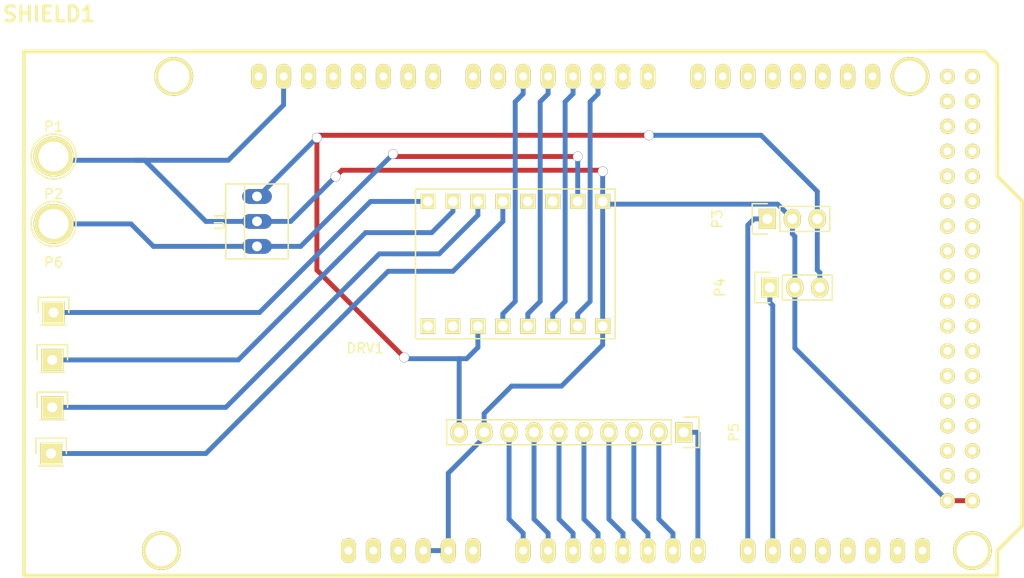
<source format=kicad_pcb>
(kicad_pcb (version 4) (host pcbnew 4.0.1-3.201512221401+6198~38~ubuntu15.10.1-stable)

  (general
    (links 35)
    (no_connects 0)
    (area 0 0 0 0)
    (thickness 1.6)
    (drawings 0)
    (tracks 140)
    (zones 0)
    (modules 12)
    (nets 89)
  )

  (page A4)
  (layers
    (0 F.Cu signal)
    (31 B.Cu signal)
    (32 B.Adhes user)
    (33 F.Adhes user)
    (34 B.Paste user)
    (35 F.Paste user)
    (36 B.SilkS user)
    (37 F.SilkS user)
    (38 B.Mask user)
    (39 F.Mask user)
    (40 Dwgs.User user)
    (41 Cmts.User user)
    (42 Eco1.User user)
    (43 Eco2.User user)
    (44 Edge.Cuts user)
    (45 Margin user)
    (46 B.CrtYd user)
    (47 F.CrtYd user)
    (48 B.Fab user)
    (49 F.Fab user)
  )

  (setup
    (last_trace_width 0.5)
    (trace_clearance 0.2)
    (zone_clearance 0.508)
    (zone_45_only no)
    (trace_min 0.2)
    (segment_width 0.2)
    (edge_width 0.1)
    (via_size 1)
    (via_drill 0.95)
    (via_min_size 0.4)
    (via_min_drill 0.3)
    (uvia_size 0.3)
    (uvia_drill 0.1)
    (uvias_allowed no)
    (uvia_min_size 0.2)
    (uvia_min_drill 0.1)
    (pcb_text_width 0.3)
    (pcb_text_size 1.5 1.5)
    (mod_edge_width 0.15)
    (mod_text_size 1 1)
    (mod_text_width 0.15)
    (pad_size 1.5 1.5)
    (pad_drill 0.6)
    (pad_to_mask_clearance 0)
    (aux_axis_origin 0 0)
    (visible_elements FFFFFF7F)
    (pcbplotparams
      (layerselection 0x00030_80000001)
      (usegerberextensions false)
      (excludeedgelayer true)
      (linewidth 0.100000)
      (plotframeref false)
      (viasonmask false)
      (mode 1)
      (useauxorigin false)
      (hpglpennumber 1)
      (hpglpenspeed 20)
      (hpglpendiameter 15)
      (hpglpenoverlay 2)
      (psnegative false)
      (psa4output false)
      (plotreference true)
      (plotvalue true)
      (plotinvisibletext false)
      (padsonsilk false)
      (subtractmaskfromsilk false)
      (outputformat 1)
      (mirror false)
      (drillshape 1)
      (scaleselection 1)
      (outputdirectory ""))
  )

  (net 0 "")
  (net 1 GND)
  (net 2 "Net-(DRV1-Pad7)")
  (net 3 "Net-(DRV1-Pad6)")
  (net 4 "Net-(DRV1-Pad5)")
  (net 5 "Net-(DRV1-Pad4)")
  (net 6 "Net-(DRV1-Pad3)")
  (net 7 "Net-(DRV1-Pad2)")
  (net 8 "Net-(DRV1-Pad1)")
  (net 9 "Net-(DRV1-Pad15)")
  (net 10 "Net-(DRV1-Pad14)")
  (net 11 "Net-(DRV1-Pad13)")
  (net 12 "Net-(DRV1-Pad12)")
  (net 13 "Net-(DRV1-Pad11)")
  (net 14 "Net-(DRV1-Pad9)")
  (net 15 "Net-(DRV1-Pad10)")
  (net 16 "Net-(P3-Pad1)")
  (net 17 "Net-(P4-Pad1)")
  (net 18 "Net-(P5-Pad1)")
  (net 19 "Net-(P5-Pad2)")
  (net 20 "Net-(P5-Pad3)")
  (net 21 "Net-(P5-Pad4)")
  (net 22 "Net-(P5-Pad5)")
  (net 23 "Net-(P5-Pad6)")
  (net 24 "Net-(P5-Pad7)")
  (net 25 "Net-(P5-Pad8)")
  (net 26 "Net-(SHIELD1-Pad14)")
  (net 27 "Net-(SHIELD1-Pad15)")
  (net 28 "Net-(SHIELD1-Pad16)")
  (net 29 "Net-(SHIELD1-Pad17)")
  (net 30 "Net-(SHIELD1-Pad18)")
  (net 31 "Net-(SHIELD1-Pad19)")
  (net 32 "Net-(SHIELD1-Pad20)")
  (net 33 "Net-(SHIELD1-Pad21)")
  (net 34 "Net-(SHIELD1-PadAD15)")
  (net 35 "Net-(SHIELD1-PadAD14)")
  (net 36 "Net-(SHIELD1-PadAD13)")
  (net 37 "Net-(SHIELD1-PadAD12)")
  (net 38 "Net-(SHIELD1-PadAD10)")
  (net 39 "Net-(SHIELD1-PadAD11)")
  (net 40 "Net-(SHIELD1-PadV_IN)")
  (net 41 "Net-(SHIELD1-Pad3V3)")
  (net 42 "Net-(SHIELD1-PadRST)")
  (net 43 "Net-(SHIELD1-Pad0)")
  (net 44 "Net-(SHIELD1-Pad1)")
  (net 45 "Net-(SHIELD1-Pad6)")
  (net 46 "Net-(SHIELD1-Pad7)")
  (net 47 "Net-(SHIELD1-Pad8)")
  (net 48 "Net-(SHIELD1-Pad9)")
  (net 49 "Net-(SHIELD1-Pad10)")
  (net 50 "Net-(SHIELD1-Pad11)")
  (net 51 "Net-(SHIELD1-Pad12)")
  (net 52 "Net-(SHIELD1-Pad13)")
  (net 53 "Net-(SHIELD1-PadAREF)")
  (net 54 "Net-(SHIELD1-Pad5V)")
  (net 55 "Net-(SHIELD1-Pad22)")
  (net 56 "Net-(SHIELD1-Pad23)")
  (net 57 "Net-(SHIELD1-Pad24)")
  (net 58 "Net-(SHIELD1-Pad25)")
  (net 59 "Net-(SHIELD1-Pad26)")
  (net 60 "Net-(SHIELD1-Pad27)")
  (net 61 "Net-(SHIELD1-Pad28)")
  (net 62 "Net-(SHIELD1-Pad29)")
  (net 63 "Net-(SHIELD1-Pad5V_4)")
  (net 64 "Net-(SHIELD1-Pad5V_5)")
  (net 65 "Net-(SHIELD1-Pad31)")
  (net 66 "Net-(SHIELD1-Pad30)")
  (net 67 "Net-(SHIELD1-Pad32)")
  (net 68 "Net-(SHIELD1-Pad33)")
  (net 69 "Net-(SHIELD1-Pad34)")
  (net 70 "Net-(SHIELD1-Pad35)")
  (net 71 "Net-(SHIELD1-Pad36)")
  (net 72 "Net-(SHIELD1-Pad37)")
  (net 73 "Net-(SHIELD1-Pad38)")
  (net 74 "Net-(SHIELD1-Pad39)")
  (net 75 "Net-(SHIELD1-Pad40)")
  (net 76 "Net-(SHIELD1-Pad41)")
  (net 77 "Net-(SHIELD1-Pad42)")
  (net 78 "Net-(SHIELD1-Pad43)")
  (net 79 "Net-(SHIELD1-Pad44)")
  (net 80 "Net-(SHIELD1-Pad45)")
  (net 81 "Net-(SHIELD1-Pad46)")
  (net 82 "Net-(SHIELD1-Pad47)")
  (net 83 "Net-(SHIELD1-Pad48)")
  (net 84 "Net-(SHIELD1-Pad49)")
  (net 85 "Net-(SHIELD1-Pad50)")
  (net 86 "Net-(SHIELD1-Pad51)")
  (net 87 "Net-(SHIELD1-Pad52)")
  (net 88 "Net-(SHIELD1-Pad53)")

  (net_class Default "This is the default net class."
    (clearance 0.2)
    (trace_width 0.5)
    (via_dia 1)
    (via_drill 0.95)
    (uvia_dia 0.3)
    (uvia_drill 0.1)
    (add_net GND)
    (add_net "Net-(DRV1-Pad1)")
    (add_net "Net-(DRV1-Pad10)")
    (add_net "Net-(DRV1-Pad11)")
    (add_net "Net-(DRV1-Pad12)")
    (add_net "Net-(DRV1-Pad13)")
    (add_net "Net-(DRV1-Pad14)")
    (add_net "Net-(DRV1-Pad15)")
    (add_net "Net-(DRV1-Pad2)")
    (add_net "Net-(DRV1-Pad3)")
    (add_net "Net-(DRV1-Pad4)")
    (add_net "Net-(DRV1-Pad5)")
    (add_net "Net-(DRV1-Pad6)")
    (add_net "Net-(DRV1-Pad7)")
    (add_net "Net-(DRV1-Pad9)")
    (add_net "Net-(P3-Pad1)")
    (add_net "Net-(P4-Pad1)")
    (add_net "Net-(P5-Pad1)")
    (add_net "Net-(P5-Pad2)")
    (add_net "Net-(P5-Pad3)")
    (add_net "Net-(P5-Pad4)")
    (add_net "Net-(P5-Pad5)")
    (add_net "Net-(P5-Pad6)")
    (add_net "Net-(P5-Pad7)")
    (add_net "Net-(P5-Pad8)")
    (add_net "Net-(SHIELD1-Pad0)")
    (add_net "Net-(SHIELD1-Pad1)")
    (add_net "Net-(SHIELD1-Pad10)")
    (add_net "Net-(SHIELD1-Pad11)")
    (add_net "Net-(SHIELD1-Pad12)")
    (add_net "Net-(SHIELD1-Pad13)")
    (add_net "Net-(SHIELD1-Pad14)")
    (add_net "Net-(SHIELD1-Pad15)")
    (add_net "Net-(SHIELD1-Pad16)")
    (add_net "Net-(SHIELD1-Pad17)")
    (add_net "Net-(SHIELD1-Pad18)")
    (add_net "Net-(SHIELD1-Pad19)")
    (add_net "Net-(SHIELD1-Pad20)")
    (add_net "Net-(SHIELD1-Pad21)")
    (add_net "Net-(SHIELD1-Pad22)")
    (add_net "Net-(SHIELD1-Pad23)")
    (add_net "Net-(SHIELD1-Pad24)")
    (add_net "Net-(SHIELD1-Pad25)")
    (add_net "Net-(SHIELD1-Pad26)")
    (add_net "Net-(SHIELD1-Pad27)")
    (add_net "Net-(SHIELD1-Pad28)")
    (add_net "Net-(SHIELD1-Pad29)")
    (add_net "Net-(SHIELD1-Pad30)")
    (add_net "Net-(SHIELD1-Pad31)")
    (add_net "Net-(SHIELD1-Pad32)")
    (add_net "Net-(SHIELD1-Pad33)")
    (add_net "Net-(SHIELD1-Pad34)")
    (add_net "Net-(SHIELD1-Pad35)")
    (add_net "Net-(SHIELD1-Pad36)")
    (add_net "Net-(SHIELD1-Pad37)")
    (add_net "Net-(SHIELD1-Pad38)")
    (add_net "Net-(SHIELD1-Pad39)")
    (add_net "Net-(SHIELD1-Pad3V3)")
    (add_net "Net-(SHIELD1-Pad40)")
    (add_net "Net-(SHIELD1-Pad41)")
    (add_net "Net-(SHIELD1-Pad42)")
    (add_net "Net-(SHIELD1-Pad43)")
    (add_net "Net-(SHIELD1-Pad44)")
    (add_net "Net-(SHIELD1-Pad45)")
    (add_net "Net-(SHIELD1-Pad46)")
    (add_net "Net-(SHIELD1-Pad47)")
    (add_net "Net-(SHIELD1-Pad48)")
    (add_net "Net-(SHIELD1-Pad49)")
    (add_net "Net-(SHIELD1-Pad50)")
    (add_net "Net-(SHIELD1-Pad51)")
    (add_net "Net-(SHIELD1-Pad52)")
    (add_net "Net-(SHIELD1-Pad53)")
    (add_net "Net-(SHIELD1-Pad5V)")
    (add_net "Net-(SHIELD1-Pad5V_4)")
    (add_net "Net-(SHIELD1-Pad5V_5)")
    (add_net "Net-(SHIELD1-Pad6)")
    (add_net "Net-(SHIELD1-Pad7)")
    (add_net "Net-(SHIELD1-Pad8)")
    (add_net "Net-(SHIELD1-Pad9)")
    (add_net "Net-(SHIELD1-PadAD10)")
    (add_net "Net-(SHIELD1-PadAD11)")
    (add_net "Net-(SHIELD1-PadAD12)")
    (add_net "Net-(SHIELD1-PadAD13)")
    (add_net "Net-(SHIELD1-PadAD14)")
    (add_net "Net-(SHIELD1-PadAD15)")
    (add_net "Net-(SHIELD1-PadAREF)")
    (add_net "Net-(SHIELD1-PadRST)")
    (add_net "Net-(SHIELD1-PadV_IN)")
  )

  (module w_conn_misc:A4990 (layer F.Cu) (tedit 56C8BC33) (tstamp 56C8C09A)
    (at 189.611 79.629)
    (path /56B9CD37)
    (fp_text reference DRV1 (at -6.4008 2.2352) (layer F.SilkS)
      (effects (font (size 1 1) (thickness 0.15)))
    )
    (fp_text value A4990 (at -4.0132 -5.6388) (layer F.Fab)
      (effects (font (size 1 1) (thickness 0.15)))
    )
    (fp_line (start -1.27 1.27) (end -1.27 -13.97) (layer F.SilkS) (width 0.15))
    (fp_line (start -1.27 -13.97) (end 19.05 -13.97) (layer F.SilkS) (width 0.15))
    (fp_line (start 19.05 -13.97) (end 19.05 1.27) (layer F.SilkS) (width 0.15))
    (fp_line (start -1.27 1.27) (end 19.05 1.27) (layer F.SilkS) (width 0.15))
    (pad 8 thru_hole rect (at 17.78 0) (size 1.524 1.524) (drill 1) (layers *.Cu *.Mask F.SilkS)
      (net 1 GND))
    (pad 7 thru_hole rect (at 15.24 0) (size 1.524 1.524) (drill 1) (layers *.Cu *.Mask F.SilkS)
      (net 2 "Net-(DRV1-Pad7)"))
    (pad 6 thru_hole rect (at 12.7 0) (size 1.524 1.524) (drill 1) (layers *.Cu *.Mask F.SilkS)
      (net 3 "Net-(DRV1-Pad6)"))
    (pad 5 thru_hole rect (at 10.16 0) (size 1.524 1.524) (drill 1) (layers *.Cu *.Mask F.SilkS)
      (net 4 "Net-(DRV1-Pad5)"))
    (pad 4 thru_hole rect (at 7.62 0) (size 1.524 1.524) (drill 1) (layers *.Cu *.Mask F.SilkS)
      (net 5 "Net-(DRV1-Pad4)"))
    (pad 3 thru_hole rect (at 5.08 0) (size 1.524 1.524) (drill 1) (layers *.Cu *.Mask F.SilkS)
      (net 6 "Net-(DRV1-Pad3)"))
    (pad 2 thru_hole rect (at 2.54 0) (size 1.524 1.524) (drill 1) (layers *.Cu *.Mask F.SilkS)
      (net 7 "Net-(DRV1-Pad2)"))
    (pad 1 thru_hole rect (at 0 0) (size 1.524 1.524) (drill 1) (layers *.Cu *.Mask F.SilkS)
      (net 8 "Net-(DRV1-Pad1)"))
    (pad 16 thru_hole rect (at 17.78 -12.7) (size 1.524 1.524) (drill 1) (layers *.Cu *.Mask F.SilkS)
      (net 1 GND))
    (pad 15 thru_hole rect (at 15.24 -12.7) (size 1.524 1.524) (drill 1) (layers *.Cu *.Mask F.SilkS)
      (net 9 "Net-(DRV1-Pad15)"))
    (pad 14 thru_hole rect (at 12.7 -12.7) (size 1.524 1.524) (drill 1) (layers *.Cu *.Mask F.SilkS)
      (net 10 "Net-(DRV1-Pad14)"))
    (pad 13 thru_hole rect (at 10.16 -12.7) (size 1.524 1.524) (drill 1) (layers *.Cu *.Mask F.SilkS)
      (net 11 "Net-(DRV1-Pad13)"))
    (pad 12 thru_hole rect (at 7.62 -12.7) (size 1.524 1.524) (drill 1) (layers *.Cu *.Mask F.SilkS)
      (net 12 "Net-(DRV1-Pad12)"))
    (pad 11 thru_hole rect (at 5.08 -12.7) (size 1.524 1.524) (drill 1) (layers *.Cu *.Mask F.SilkS)
      (net 13 "Net-(DRV1-Pad11)"))
    (pad 9 thru_hole rect (at 0 -12.7) (size 1.524 1.524) (drill 1) (layers *.Cu *.Mask F.SilkS)
      (net 14 "Net-(DRV1-Pad9)"))
    (pad 10 thru_hole rect (at 2.54 -12.7) (size 1.524 1.524) (drill 1) (layers *.Cu *.Mask F.SilkS)
      (net 15 "Net-(DRV1-Pad10)"))
  )

  (module Connect:1pin (layer F.Cu) (tedit 0) (tstamp 56C8C0A0)
    (at 151.511 62.357)
    (descr "module 1 pin (ou trou mecanique de percage)")
    (tags DEV)
    (path /56B9F5A8)
    (fp_text reference P1 (at 0 -3.048) (layer F.SilkS)
      (effects (font (size 1 1) (thickness 0.15)))
    )
    (fp_text value CONN_01X01 (at 0 2.794) (layer F.Fab)
      (effects (font (size 1 1) (thickness 0.15)))
    )
    (fp_circle (center 0 0) (end 0 -2.286) (layer F.SilkS) (width 0.15))
    (pad 1 thru_hole circle (at 0 0) (size 4.064 4.064) (drill 3.048) (layers *.Cu *.Mask F.SilkS)
      (net 1 GND))
  )

  (module Connect:1pin (layer F.Cu) (tedit 0) (tstamp 56C8C0A6)
    (at 151.511 69.215)
    (descr "module 1 pin (ou trou mecanique de percage)")
    (tags DEV)
    (path /56B9062F)
    (fp_text reference P2 (at 0 -3.048) (layer F.SilkS)
      (effects (font (size 1 1) (thickness 0.15)))
    )
    (fp_text value CONN_01X01 (at 0 2.794) (layer F.Fab)
      (effects (font (size 1 1) (thickness 0.15)))
    )
    (fp_circle (center 0 0) (end 0 -2.286) (layer F.SilkS) (width 0.15))
    (pad 1 thru_hole circle (at 0 0) (size 4.064 4.064) (drill 3.048) (layers *.Cu *.Mask F.SilkS)
      (net 9 "Net-(DRV1-Pad15)"))
  )

  (module Pin_Headers:Pin_Header_Straight_1x03 (layer F.Cu) (tedit 0) (tstamp 56C8C0B8)
    (at 224.155 68.707 90)
    (descr "Through hole pin header")
    (tags "pin header")
    (path /56B90F35)
    (fp_text reference P3 (at 0 -5.1 90) (layer F.SilkS)
      (effects (font (size 1 1) (thickness 0.15)))
    )
    (fp_text value CONN_01X03 (at 0 -3.1 90) (layer F.Fab)
      (effects (font (size 1 1) (thickness 0.15)))
    )
    (fp_line (start -1.75 -1.75) (end -1.75 6.85) (layer F.CrtYd) (width 0.05))
    (fp_line (start 1.75 -1.75) (end 1.75 6.85) (layer F.CrtYd) (width 0.05))
    (fp_line (start -1.75 -1.75) (end 1.75 -1.75) (layer F.CrtYd) (width 0.05))
    (fp_line (start -1.75 6.85) (end 1.75 6.85) (layer F.CrtYd) (width 0.05))
    (fp_line (start -1.27 1.27) (end -1.27 6.35) (layer F.SilkS) (width 0.15))
    (fp_line (start -1.27 6.35) (end 1.27 6.35) (layer F.SilkS) (width 0.15))
    (fp_line (start 1.27 6.35) (end 1.27 1.27) (layer F.SilkS) (width 0.15))
    (fp_line (start 1.55 -1.55) (end 1.55 0) (layer F.SilkS) (width 0.15))
    (fp_line (start 1.27 1.27) (end -1.27 1.27) (layer F.SilkS) (width 0.15))
    (fp_line (start -1.55 0) (end -1.55 -1.55) (layer F.SilkS) (width 0.15))
    (fp_line (start -1.55 -1.55) (end 1.55 -1.55) (layer F.SilkS) (width 0.15))
    (pad 1 thru_hole rect (at 0 0 90) (size 2.032 1.7272) (drill 1.016) (layers *.Cu *.Mask F.SilkS)
      (net 16 "Net-(P3-Pad1)"))
    (pad 2 thru_hole oval (at 0 2.54 90) (size 2.032 1.7272) (drill 1.016) (layers *.Cu *.Mask F.SilkS)
      (net 1 GND))
    (pad 3 thru_hole oval (at 0 5.08 90) (size 2.032 1.7272) (drill 1.016) (layers *.Cu *.Mask F.SilkS)
      (net 6 "Net-(DRV1-Pad3)"))
    (model Pin_Headers.3dshapes/Pin_Header_Straight_1x03.wrl
      (at (xyz 0 -0.1 0))
      (scale (xyz 1 1 1))
      (rotate (xyz 0 0 90))
    )
  )

  (module Pin_Headers:Pin_Header_Straight_1x03 (layer F.Cu) (tedit 0) (tstamp 56C8C0CA)
    (at 224.409 75.692 90)
    (descr "Through hole pin header")
    (tags "pin header")
    (path /56B9CE97)
    (fp_text reference P4 (at 0 -5.1 90) (layer F.SilkS)
      (effects (font (size 1 1) (thickness 0.15)))
    )
    (fp_text value CONN_01X03 (at 0 -3.1 90) (layer F.Fab)
      (effects (font (size 1 1) (thickness 0.15)))
    )
    (fp_line (start -1.75 -1.75) (end -1.75 6.85) (layer F.CrtYd) (width 0.05))
    (fp_line (start 1.75 -1.75) (end 1.75 6.85) (layer F.CrtYd) (width 0.05))
    (fp_line (start -1.75 -1.75) (end 1.75 -1.75) (layer F.CrtYd) (width 0.05))
    (fp_line (start -1.75 6.85) (end 1.75 6.85) (layer F.CrtYd) (width 0.05))
    (fp_line (start -1.27 1.27) (end -1.27 6.35) (layer F.SilkS) (width 0.15))
    (fp_line (start -1.27 6.35) (end 1.27 6.35) (layer F.SilkS) (width 0.15))
    (fp_line (start 1.27 6.35) (end 1.27 1.27) (layer F.SilkS) (width 0.15))
    (fp_line (start 1.55 -1.55) (end 1.55 0) (layer F.SilkS) (width 0.15))
    (fp_line (start 1.27 1.27) (end -1.27 1.27) (layer F.SilkS) (width 0.15))
    (fp_line (start -1.55 0) (end -1.55 -1.55) (layer F.SilkS) (width 0.15))
    (fp_line (start -1.55 -1.55) (end 1.55 -1.55) (layer F.SilkS) (width 0.15))
    (pad 1 thru_hole rect (at 0 0 90) (size 2.032 1.7272) (drill 1.016) (layers *.Cu *.Mask F.SilkS)
      (net 17 "Net-(P4-Pad1)"))
    (pad 2 thru_hole oval (at 0 2.54 90) (size 2.032 1.7272) (drill 1.016) (layers *.Cu *.Mask F.SilkS)
      (net 1 GND))
    (pad 3 thru_hole oval (at 0 5.08 90) (size 2.032 1.7272) (drill 1.016) (layers *.Cu *.Mask F.SilkS)
      (net 6 "Net-(DRV1-Pad3)"))
    (model Pin_Headers.3dshapes/Pin_Header_Straight_1x03.wrl
      (at (xyz 0 -0.1 0))
      (scale (xyz 1 1 1))
      (rotate (xyz 0 0 90))
    )
  )

  (module Pin_Headers:Pin_Header_Straight_1x10 (layer F.Cu) (tedit 0) (tstamp 56C8C0E3)
    (at 215.646 90.424 270)
    (descr "Through hole pin header")
    (tags "pin header")
    (path /56B9C8E7)
    (fp_text reference P5 (at 0 -5.1 270) (layer F.SilkS)
      (effects (font (size 1 1) (thickness 0.15)))
    )
    (fp_text value CONN_01X10 (at 0 -3.1 270) (layer F.Fab)
      (effects (font (size 1 1) (thickness 0.15)))
    )
    (fp_line (start -1.75 -1.75) (end -1.75 24.65) (layer F.CrtYd) (width 0.05))
    (fp_line (start 1.75 -1.75) (end 1.75 24.65) (layer F.CrtYd) (width 0.05))
    (fp_line (start -1.75 -1.75) (end 1.75 -1.75) (layer F.CrtYd) (width 0.05))
    (fp_line (start -1.75 24.65) (end 1.75 24.65) (layer F.CrtYd) (width 0.05))
    (fp_line (start 1.27 1.27) (end 1.27 24.13) (layer F.SilkS) (width 0.15))
    (fp_line (start 1.27 24.13) (end -1.27 24.13) (layer F.SilkS) (width 0.15))
    (fp_line (start -1.27 24.13) (end -1.27 1.27) (layer F.SilkS) (width 0.15))
    (fp_line (start 1.55 -1.55) (end 1.55 0) (layer F.SilkS) (width 0.15))
    (fp_line (start 1.27 1.27) (end -1.27 1.27) (layer F.SilkS) (width 0.15))
    (fp_line (start -1.55 0) (end -1.55 -1.55) (layer F.SilkS) (width 0.15))
    (fp_line (start -1.55 -1.55) (end 1.55 -1.55) (layer F.SilkS) (width 0.15))
    (pad 1 thru_hole rect (at 0 0 270) (size 2.032 1.7272) (drill 1.016) (layers *.Cu *.Mask F.SilkS)
      (net 18 "Net-(P5-Pad1)"))
    (pad 2 thru_hole oval (at 0 2.54 270) (size 2.032 1.7272) (drill 1.016) (layers *.Cu *.Mask F.SilkS)
      (net 19 "Net-(P5-Pad2)"))
    (pad 3 thru_hole oval (at 0 5.08 270) (size 2.032 1.7272) (drill 1.016) (layers *.Cu *.Mask F.SilkS)
      (net 20 "Net-(P5-Pad3)"))
    (pad 4 thru_hole oval (at 0 7.62 270) (size 2.032 1.7272) (drill 1.016) (layers *.Cu *.Mask F.SilkS)
      (net 21 "Net-(P5-Pad4)"))
    (pad 5 thru_hole oval (at 0 10.16 270) (size 2.032 1.7272) (drill 1.016) (layers *.Cu *.Mask F.SilkS)
      (net 22 "Net-(P5-Pad5)"))
    (pad 6 thru_hole oval (at 0 12.7 270) (size 2.032 1.7272) (drill 1.016) (layers *.Cu *.Mask F.SilkS)
      (net 23 "Net-(P5-Pad6)"))
    (pad 7 thru_hole oval (at 0 15.24 270) (size 2.032 1.7272) (drill 1.016) (layers *.Cu *.Mask F.SilkS)
      (net 24 "Net-(P5-Pad7)"))
    (pad 8 thru_hole oval (at 0 17.78 270) (size 2.032 1.7272) (drill 1.016) (layers *.Cu *.Mask F.SilkS)
      (net 25 "Net-(P5-Pad8)"))
    (pad 9 thru_hole oval (at 0 20.32 270) (size 2.032 1.7272) (drill 1.016) (layers *.Cu *.Mask F.SilkS)
      (net 1 GND))
    (pad 10 thru_hole oval (at 0 22.86 270) (size 2.032 1.7272) (drill 1.016) (layers *.Cu *.Mask F.SilkS)
      (net 6 "Net-(DRV1-Pad3)"))
    (model Pin_Headers.3dshapes/Pin_Header_Straight_1x10.wrl
      (at (xyz 0 -0.45 0))
      (scale (xyz 1 1 1))
      (rotate (xyz 0 0 90))
    )
  )

  (module Pin_Headers:Pin_Header_Straight_1x01 (layer F.Cu) (tedit 54EA08DC) (tstamp 56C8C0F0)
    (at 151.511 78.232)
    (descr "Through hole pin header")
    (tags "pin header")
    (path /56B9F0BA)
    (fp_text reference P6 (at 0 -5.1) (layer F.SilkS)
      (effects (font (size 1 1) (thickness 0.15)))
    )
    (fp_text value CONN_01X01 (at 0 -3.1) (layer F.Fab)
      (effects (font (size 1 1) (thickness 0.15)))
    )
    (fp_line (start 1.55 -1.55) (end 1.55 0) (layer F.SilkS) (width 0.15))
    (fp_line (start -1.75 -1.75) (end -1.75 1.75) (layer F.CrtYd) (width 0.05))
    (fp_line (start 1.75 -1.75) (end 1.75 1.75) (layer F.CrtYd) (width 0.05))
    (fp_line (start -1.75 -1.75) (end 1.75 -1.75) (layer F.CrtYd) (width 0.05))
    (fp_line (start -1.75 1.75) (end 1.75 1.75) (layer F.CrtYd) (width 0.05))
    (fp_line (start -1.55 0) (end -1.55 -1.55) (layer F.SilkS) (width 0.15))
    (fp_line (start -1.55 -1.55) (end 1.55 -1.55) (layer F.SilkS) (width 0.15))
    (fp_line (start -1.27 1.27) (end 1.27 1.27) (layer F.SilkS) (width 0.15))
    (pad 1 thru_hole rect (at 0 0) (size 2.2352 2.2352) (drill 1.016) (layers *.Cu *.Mask F.SilkS)
      (net 14 "Net-(DRV1-Pad9)"))
    (model Pin_Headers.3dshapes/Pin_Header_Straight_1x01.wrl
      (at (xyz 0 0 0))
      (scale (xyz 1 1 1))
      (rotate (xyz 0 0 90))
    )
  )

  (module Pin_Headers:Pin_Header_Straight_1x01 (layer F.Cu) (tedit 54EA08DC) (tstamp 56C8C0FD)
    (at 151.384 83.058)
    (descr "Through hole pin header")
    (tags "pin header")
    (path /56B9F12E)
    (fp_text reference P7 (at 0 -5.1) (layer F.SilkS)
      (effects (font (size 1 1) (thickness 0.15)))
    )
    (fp_text value CONN_01X01 (at 0 -3.1) (layer F.Fab)
      (effects (font (size 1 1) (thickness 0.15)))
    )
    (fp_line (start 1.55 -1.55) (end 1.55 0) (layer F.SilkS) (width 0.15))
    (fp_line (start -1.75 -1.75) (end -1.75 1.75) (layer F.CrtYd) (width 0.05))
    (fp_line (start 1.75 -1.75) (end 1.75 1.75) (layer F.CrtYd) (width 0.05))
    (fp_line (start -1.75 -1.75) (end 1.75 -1.75) (layer F.CrtYd) (width 0.05))
    (fp_line (start -1.75 1.75) (end 1.75 1.75) (layer F.CrtYd) (width 0.05))
    (fp_line (start -1.55 0) (end -1.55 -1.55) (layer F.SilkS) (width 0.15))
    (fp_line (start -1.55 -1.55) (end 1.55 -1.55) (layer F.SilkS) (width 0.15))
    (fp_line (start -1.27 1.27) (end 1.27 1.27) (layer F.SilkS) (width 0.15))
    (pad 1 thru_hole rect (at 0 0) (size 2.2352 2.2352) (drill 1.016) (layers *.Cu *.Mask F.SilkS)
      (net 15 "Net-(DRV1-Pad10)"))
    (model Pin_Headers.3dshapes/Pin_Header_Straight_1x01.wrl
      (at (xyz 0 0 0))
      (scale (xyz 1 1 1))
      (rotate (xyz 0 0 90))
    )
  )

  (module Pin_Headers:Pin_Header_Straight_1x01 (layer F.Cu) (tedit 54EA08DC) (tstamp 56C8C10A)
    (at 151.384 87.884)
    (descr "Through hole pin header")
    (tags "pin header")
    (path /56B9F169)
    (fp_text reference P8 (at 0 -5.1) (layer F.SilkS)
      (effects (font (size 1 1) (thickness 0.15)))
    )
    (fp_text value CONN_01X01 (at 0 -3.1) (layer F.Fab)
      (effects (font (size 1 1) (thickness 0.15)))
    )
    (fp_line (start 1.55 -1.55) (end 1.55 0) (layer F.SilkS) (width 0.15))
    (fp_line (start -1.75 -1.75) (end -1.75 1.75) (layer F.CrtYd) (width 0.05))
    (fp_line (start 1.75 -1.75) (end 1.75 1.75) (layer F.CrtYd) (width 0.05))
    (fp_line (start -1.75 -1.75) (end 1.75 -1.75) (layer F.CrtYd) (width 0.05))
    (fp_line (start -1.75 1.75) (end 1.75 1.75) (layer F.CrtYd) (width 0.05))
    (fp_line (start -1.55 0) (end -1.55 -1.55) (layer F.SilkS) (width 0.15))
    (fp_line (start -1.55 -1.55) (end 1.55 -1.55) (layer F.SilkS) (width 0.15))
    (fp_line (start -1.27 1.27) (end 1.27 1.27) (layer F.SilkS) (width 0.15))
    (pad 1 thru_hole rect (at 0 0) (size 2.2352 2.2352) (drill 1.016) (layers *.Cu *.Mask F.SilkS)
      (net 13 "Net-(DRV1-Pad11)"))
    (model Pin_Headers.3dshapes/Pin_Header_Straight_1x01.wrl
      (at (xyz 0 0 0))
      (scale (xyz 1 1 1))
      (rotate (xyz 0 0 90))
    )
  )

  (module Pin_Headers:Pin_Header_Straight_1x01 (layer F.Cu) (tedit 54EA08DC) (tstamp 56C8C117)
    (at 151.257 92.583)
    (descr "Through hole pin header")
    (tags "pin header")
    (path /56B9F1B1)
    (fp_text reference P9 (at 0 -5.1) (layer F.SilkS)
      (effects (font (size 1 1) (thickness 0.15)))
    )
    (fp_text value CONN_01X01 (at 0 -3.1) (layer F.Fab)
      (effects (font (size 1 1) (thickness 0.15)))
    )
    (fp_line (start 1.55 -1.55) (end 1.55 0) (layer F.SilkS) (width 0.15))
    (fp_line (start -1.75 -1.75) (end -1.75 1.75) (layer F.CrtYd) (width 0.05))
    (fp_line (start 1.75 -1.75) (end 1.75 1.75) (layer F.CrtYd) (width 0.05))
    (fp_line (start -1.75 -1.75) (end 1.75 -1.75) (layer F.CrtYd) (width 0.05))
    (fp_line (start -1.75 1.75) (end 1.75 1.75) (layer F.CrtYd) (width 0.05))
    (fp_line (start -1.55 0) (end -1.55 -1.55) (layer F.SilkS) (width 0.15))
    (fp_line (start -1.55 -1.55) (end 1.55 -1.55) (layer F.SilkS) (width 0.15))
    (fp_line (start -1.27 1.27) (end 1.27 1.27) (layer F.SilkS) (width 0.15))
    (pad 1 thru_hole rect (at 0 0) (size 2.2352 2.2352) (drill 1.016) (layers *.Cu *.Mask F.SilkS)
      (net 12 "Net-(DRV1-Pad12)"))
    (model Pin_Headers.3dshapes/Pin_Header_Straight_1x01.wrl
      (at (xyz 0 0 0))
      (scale (xyz 1 1 1))
      (rotate (xyz 0 0 90))
    )
  )

  (module "arduino_shields:ARDUINO MEGA SHIELD" (layer F.Cu) (tedit 4D154886) (tstamp 56C8C17A)
    (at 148.501 105.004)
    (path /56B902ED)
    (fp_text reference SHIELD1 (at 2.54 -57.15) (layer F.SilkS)
      (effects (font (thickness 0.3048)))
    )
    (fp_text value ARDUINO_MEGA_SHIELD (at 5.08 -54.61) (layer F.SilkS) hide
      (effects (font (thickness 0.3048)))
    )
    (fp_line (start 99.06 0) (end 0 0) (layer F.SilkS) (width 0.381))
    (fp_line (start 97.79 -53.34) (end 0 -53.34) (layer F.SilkS) (width 0.381))
    (fp_line (start 99.06 -40.64) (end 99.06 -52.07) (layer F.SilkS) (width 0.381))
    (fp_line (start 99.06 -52.07) (end 97.79 -53.34) (layer F.SilkS) (width 0.381))
    (fp_line (start 0 0) (end 0 -53.34) (layer F.SilkS) (width 0.381))
    (fp_line (start 99.06 -40.64) (end 101.6 -38.1) (layer F.SilkS) (width 0.381))
    (fp_line (start 101.6 -38.1) (end 101.6 -5.08) (layer F.SilkS) (width 0.381))
    (fp_line (start 101.6 -5.08) (end 99.06 -2.54) (layer F.SilkS) (width 0.381))
    (fp_line (start 99.06 -2.54) (end 99.06 0) (layer F.SilkS) (width 0.381))
    (pad 14 thru_hole oval (at 68.58 -50.8 90) (size 2.54 1.524) (drill 0.8128) (layers *.Cu *.Mask F.SilkS)
      (net 26 "Net-(SHIELD1-Pad14)"))
    (pad 15 thru_hole oval (at 71.12 -50.8 90) (size 2.54 1.524) (drill 0.8128) (layers *.Cu *.Mask F.SilkS)
      (net 27 "Net-(SHIELD1-Pad15)"))
    (pad 16 thru_hole oval (at 73.66 -50.8 90) (size 2.54 1.524) (drill 0.8128) (layers *.Cu *.Mask F.SilkS)
      (net 28 "Net-(SHIELD1-Pad16)"))
    (pad 17 thru_hole oval (at 76.2 -50.8 90) (size 2.54 1.524) (drill 0.8128) (layers *.Cu *.Mask F.SilkS)
      (net 29 "Net-(SHIELD1-Pad17)"))
    (pad 18 thru_hole oval (at 78.74 -50.8 90) (size 2.54 1.524) (drill 0.8128) (layers *.Cu *.Mask F.SilkS)
      (net 30 "Net-(SHIELD1-Pad18)"))
    (pad 19 thru_hole oval (at 81.28 -50.8 90) (size 2.54 1.524) (drill 0.8128) (layers *.Cu *.Mask F.SilkS)
      (net 31 "Net-(SHIELD1-Pad19)"))
    (pad 20 thru_hole oval (at 83.82 -50.8 90) (size 2.54 1.524) (drill 0.8128) (layers *.Cu *.Mask F.SilkS)
      (net 32 "Net-(SHIELD1-Pad20)"))
    (pad 21 thru_hole oval (at 86.36 -50.8 90) (size 2.54 1.524) (drill 0.8128) (layers *.Cu *.Mask F.SilkS)
      (net 33 "Net-(SHIELD1-Pad21)"))
    (pad AD15 thru_hole oval (at 91.44 -2.54 90) (size 2.54 1.524) (drill 0.8128) (layers *.Cu *.Mask F.SilkS)
      (net 34 "Net-(SHIELD1-PadAD15)"))
    (pad AD14 thru_hole oval (at 88.9 -2.54 90) (size 2.54 1.524) (drill 0.8128) (layers *.Cu *.Mask F.SilkS)
      (net 35 "Net-(SHIELD1-PadAD14)"))
    (pad AD13 thru_hole oval (at 86.36 -2.54 90) (size 2.54 1.524) (drill 0.8128) (layers *.Cu *.Mask F.SilkS)
      (net 36 "Net-(SHIELD1-PadAD13)"))
    (pad AD12 thru_hole oval (at 83.82 -2.54 90) (size 2.54 1.524) (drill 0.8128) (layers *.Cu *.Mask F.SilkS)
      (net 37 "Net-(SHIELD1-PadAD12)"))
    (pad AD8 thru_hole oval (at 73.66 -2.54 90) (size 2.54 1.524) (drill 0.8128) (layers *.Cu *.Mask F.SilkS)
      (net 16 "Net-(P3-Pad1)"))
    (pad AD7 thru_hole oval (at 68.58 -2.54 90) (size 2.54 1.524) (drill 0.8128) (layers *.Cu *.Mask F.SilkS)
      (net 18 "Net-(P5-Pad1)"))
    (pad AD6 thru_hole oval (at 66.04 -2.54 90) (size 2.54 1.524) (drill 0.8128) (layers *.Cu *.Mask F.SilkS)
      (net 19 "Net-(P5-Pad2)"))
    (pad AD9 thru_hole oval (at 76.2 -2.54 90) (size 2.54 1.524) (drill 0.8128) (layers *.Cu *.Mask F.SilkS)
      (net 17 "Net-(P4-Pad1)"))
    (pad AD10 thru_hole oval (at 78.74 -2.54 90) (size 2.54 1.524) (drill 0.8128) (layers *.Cu *.Mask F.SilkS)
      (net 38 "Net-(SHIELD1-PadAD10)"))
    (pad AD11 thru_hole oval (at 81.28 -2.54 90) (size 2.54 1.524) (drill 0.8128) (layers *.Cu *.Mask F.SilkS)
      (net 39 "Net-(SHIELD1-PadAD11)"))
    (pad AD5 thru_hole oval (at 63.5 -2.54 90) (size 2.54 1.524) (drill 0.8128) (layers *.Cu *.Mask F.SilkS)
      (net 20 "Net-(P5-Pad3)"))
    (pad AD4 thru_hole oval (at 60.96 -2.54 90) (size 2.54 1.524) (drill 0.8128) (layers *.Cu *.Mask F.SilkS)
      (net 21 "Net-(P5-Pad4)"))
    (pad AD3 thru_hole oval (at 58.42 -2.54 90) (size 2.54 1.524) (drill 0.8128) (layers *.Cu *.Mask F.SilkS)
      (net 22 "Net-(P5-Pad5)"))
    (pad AD0 thru_hole oval (at 50.8 -2.54 90) (size 2.54 1.524) (drill 0.8128) (layers *.Cu *.Mask F.SilkS)
      (net 25 "Net-(P5-Pad8)"))
    (pad AD1 thru_hole oval (at 53.34 -2.54 90) (size 2.54 1.524) (drill 0.8128) (layers *.Cu *.Mask F.SilkS)
      (net 24 "Net-(P5-Pad7)"))
    (pad AD2 thru_hole oval (at 55.88 -2.54 90) (size 2.54 1.524) (drill 0.8128) (layers *.Cu *.Mask F.SilkS)
      (net 23 "Net-(P5-Pad6)"))
    (pad V_IN thru_hole oval (at 45.72 -2.54 90) (size 2.54 1.524) (drill 0.8128) (layers *.Cu *.Mask F.SilkS)
      (net 40 "Net-(SHIELD1-PadV_IN)"))
    (pad GND2 thru_hole oval (at 43.18 -2.54 90) (size 2.54 1.524) (drill 0.8128) (layers *.Cu *.Mask F.SilkS)
      (net 1 GND))
    (pad GND1 thru_hole oval (at 40.64 -2.54 90) (size 2.54 1.524) (drill 0.8128) (layers *.Cu *.Mask F.SilkS)
      (net 1 GND))
    (pad 3V3 thru_hole oval (at 35.56 -2.54 90) (size 2.54 1.524) (drill 0.8128) (layers *.Cu *.Mask F.SilkS)
      (net 41 "Net-(SHIELD1-Pad3V3)"))
    (pad RST thru_hole oval (at 33.02 -2.54 90) (size 2.54 1.524) (drill 0.8128) (layers *.Cu *.Mask F.SilkS)
      (net 42 "Net-(SHIELD1-PadRST)"))
    (pad 0 thru_hole oval (at 63.5 -50.8 90) (size 2.54 1.524) (drill 0.8128) (layers *.Cu *.Mask F.SilkS)
      (net 43 "Net-(SHIELD1-Pad0)"))
    (pad 1 thru_hole oval (at 60.96 -50.8 90) (size 2.54 1.524) (drill 0.8128) (layers *.Cu *.Mask F.SilkS)
      (net 44 "Net-(SHIELD1-Pad1)"))
    (pad 2 thru_hole oval (at 58.42 -50.8 90) (size 2.54 1.524) (drill 0.8128) (layers *.Cu *.Mask F.SilkS)
      (net 2 "Net-(DRV1-Pad7)"))
    (pad 3 thru_hole oval (at 55.88 -50.8 90) (size 2.54 1.524) (drill 0.8128) (layers *.Cu *.Mask F.SilkS)
      (net 3 "Net-(DRV1-Pad6)"))
    (pad 4 thru_hole oval (at 53.34 -50.8 90) (size 2.54 1.524) (drill 0.8128) (layers *.Cu *.Mask F.SilkS)
      (net 4 "Net-(DRV1-Pad5)"))
    (pad 5 thru_hole oval (at 50.8 -50.8 90) (size 2.54 1.524) (drill 0.8128) (layers *.Cu *.Mask F.SilkS)
      (net 5 "Net-(DRV1-Pad4)"))
    (pad 6 thru_hole oval (at 48.26 -50.8 90) (size 2.54 1.524) (drill 0.8128) (layers *.Cu *.Mask F.SilkS)
      (net 45 "Net-(SHIELD1-Pad6)"))
    (pad 7 thru_hole oval (at 45.72 -50.8 90) (size 2.54 1.524) (drill 0.8128) (layers *.Cu *.Mask F.SilkS)
      (net 46 "Net-(SHIELD1-Pad7)"))
    (pad 8 thru_hole oval (at 41.656 -50.8 90) (size 2.54 1.524) (drill 0.8128) (layers *.Cu *.Mask F.SilkS)
      (net 47 "Net-(SHIELD1-Pad8)"))
    (pad 9 thru_hole oval (at 39.116 -50.8 90) (size 2.54 1.524) (drill 0.8128) (layers *.Cu *.Mask F.SilkS)
      (net 48 "Net-(SHIELD1-Pad9)"))
    (pad 10 thru_hole oval (at 36.576 -50.8 90) (size 2.54 1.524) (drill 0.8128) (layers *.Cu *.Mask F.SilkS)
      (net 49 "Net-(SHIELD1-Pad10)"))
    (pad 11 thru_hole oval (at 34.036 -50.8 90) (size 2.54 1.524) (drill 0.8128) (layers *.Cu *.Mask F.SilkS)
      (net 50 "Net-(SHIELD1-Pad11)"))
    (pad 12 thru_hole oval (at 31.496 -50.8 90) (size 2.54 1.524) (drill 0.8128) (layers *.Cu *.Mask F.SilkS)
      (net 51 "Net-(SHIELD1-Pad12)"))
    (pad 13 thru_hole oval (at 28.956 -50.8 90) (size 2.54 1.524) (drill 0.8128) (layers *.Cu *.Mask F.SilkS)
      (net 52 "Net-(SHIELD1-Pad13)"))
    (pad GND3 thru_hole oval (at 26.416 -50.8 90) (size 2.54 1.524) (drill 0.8128) (layers *.Cu *.Mask F.SilkS)
      (net 1 GND))
    (pad AREF thru_hole oval (at 23.876 -50.8 90) (size 2.54 1.524) (drill 0.8128) (layers *.Cu *.Mask F.SilkS)
      (net 53 "Net-(SHIELD1-PadAREF)"))
    (pad 5V thru_hole oval (at 38.1 -2.54 90) (size 2.54 1.524) (drill 0.8128) (layers *.Cu *.Mask F.SilkS)
      (net 54 "Net-(SHIELD1-Pad5V)"))
    (pad "" thru_hole circle (at 96.52 -2.54 90) (size 3.937 3.937) (drill 3.175) (layers *.Cu *.Mask F.SilkS))
    (pad "" thru_hole circle (at 90.17 -50.8 90) (size 3.937 3.937) (drill 3.175) (layers *.Cu *.Mask F.SilkS))
    (pad "" thru_hole circle (at 15.24 -50.8 90) (size 3.937 3.937) (drill 3.175) (layers *.Cu *.Mask F.SilkS))
    (pad "" thru_hole circle (at 13.97 -2.54 90) (size 3.937 3.937) (drill 3.175) (layers *.Cu *.Mask F.SilkS))
    (pad 22 thru_hole circle (at 93.98 -48.26) (size 1.524 1.524) (drill 0.8128) (layers *.Cu *.Mask F.SilkS)
      (net 55 "Net-(SHIELD1-Pad22)"))
    (pad 23 thru_hole circle (at 96.52 -48.26) (size 1.524 1.524) (drill 0.8128) (layers *.Cu *.Mask F.SilkS)
      (net 56 "Net-(SHIELD1-Pad23)"))
    (pad 24 thru_hole circle (at 93.98 -45.72) (size 1.524 1.524) (drill 0.8128) (layers *.Cu *.Mask F.SilkS)
      (net 57 "Net-(SHIELD1-Pad24)"))
    (pad 25 thru_hole circle (at 96.52 -45.72) (size 1.524 1.524) (drill 0.8128) (layers *.Cu *.Mask F.SilkS)
      (net 58 "Net-(SHIELD1-Pad25)"))
    (pad 26 thru_hole circle (at 93.98 -43.18) (size 1.524 1.524) (drill 0.8128) (layers *.Cu *.Mask F.SilkS)
      (net 59 "Net-(SHIELD1-Pad26)"))
    (pad 27 thru_hole circle (at 96.52 -43.18) (size 1.524 1.524) (drill 0.8128) (layers *.Cu *.Mask F.SilkS)
      (net 60 "Net-(SHIELD1-Pad27)"))
    (pad 28 thru_hole circle (at 93.98 -40.64) (size 1.524 1.524) (drill 0.8128) (layers *.Cu *.Mask F.SilkS)
      (net 61 "Net-(SHIELD1-Pad28)"))
    (pad 29 thru_hole circle (at 96.52 -40.64) (size 1.524 1.524) (drill 0.8128) (layers *.Cu *.Mask F.SilkS)
      (net 62 "Net-(SHIELD1-Pad29)"))
    (pad 5V_4 thru_hole circle (at 93.98 -50.8) (size 1.524 1.524) (drill 0.8128) (layers *.Cu *.Mask F.SilkS)
      (net 63 "Net-(SHIELD1-Pad5V_4)"))
    (pad 5V_5 thru_hole circle (at 96.52 -50.8) (size 1.524 1.524) (drill 0.8128) (layers *.Cu *.Mask F.SilkS)
      (net 64 "Net-(SHIELD1-Pad5V_5)"))
    (pad 31 thru_hole circle (at 96.52 -38.1) (size 1.524 1.524) (drill 0.8128) (layers *.Cu *.Mask F.SilkS)
      (net 65 "Net-(SHIELD1-Pad31)"))
    (pad 30 thru_hole circle (at 93.98 -38.1) (size 1.524 1.524) (drill 0.8128) (layers *.Cu *.Mask F.SilkS)
      (net 66 "Net-(SHIELD1-Pad30)"))
    (pad 32 thru_hole circle (at 93.98 -35.56) (size 1.524 1.524) (drill 0.8128) (layers *.Cu *.Mask F.SilkS)
      (net 67 "Net-(SHIELD1-Pad32)"))
    (pad 33 thru_hole circle (at 96.52 -35.56) (size 1.524 1.524) (drill 0.8128) (layers *.Cu *.Mask F.SilkS)
      (net 68 "Net-(SHIELD1-Pad33)"))
    (pad 34 thru_hole circle (at 93.98 -33.02) (size 1.524 1.524) (drill 0.8128) (layers *.Cu *.Mask F.SilkS)
      (net 69 "Net-(SHIELD1-Pad34)"))
    (pad 35 thru_hole circle (at 96.52 -33.02) (size 1.524 1.524) (drill 0.8128) (layers *.Cu *.Mask F.SilkS)
      (net 70 "Net-(SHIELD1-Pad35)"))
    (pad 36 thru_hole circle (at 93.98 -30.48) (size 1.524 1.524) (drill 0.8128) (layers *.Cu *.Mask F.SilkS)
      (net 71 "Net-(SHIELD1-Pad36)"))
    (pad 37 thru_hole circle (at 96.52 -30.48) (size 1.524 1.524) (drill 0.8128) (layers *.Cu *.Mask F.SilkS)
      (net 72 "Net-(SHIELD1-Pad37)"))
    (pad 38 thru_hole circle (at 93.98 -27.94) (size 1.524 1.524) (drill 0.8128) (layers *.Cu *.Mask F.SilkS)
      (net 73 "Net-(SHIELD1-Pad38)"))
    (pad 39 thru_hole circle (at 96.52 -27.94) (size 1.524 1.524) (drill 0.8128) (layers *.Cu *.Mask F.SilkS)
      (net 74 "Net-(SHIELD1-Pad39)"))
    (pad 40 thru_hole circle (at 93.98 -25.4) (size 1.524 1.524) (drill 0.8128) (layers *.Cu *.Mask F.SilkS)
      (net 75 "Net-(SHIELD1-Pad40)"))
    (pad 41 thru_hole circle (at 96.52 -25.4) (size 1.524 1.524) (drill 0.8128) (layers *.Cu *.Mask F.SilkS)
      (net 76 "Net-(SHIELD1-Pad41)"))
    (pad 42 thru_hole circle (at 93.98 -22.86) (size 1.524 1.524) (drill 0.8128) (layers *.Cu *.Mask F.SilkS)
      (net 77 "Net-(SHIELD1-Pad42)"))
    (pad 43 thru_hole circle (at 96.52 -22.86) (size 1.524 1.524) (drill 0.8128) (layers *.Cu *.Mask F.SilkS)
      (net 78 "Net-(SHIELD1-Pad43)"))
    (pad 44 thru_hole circle (at 93.98 -20.32) (size 1.524 1.524) (drill 0.8128) (layers *.Cu *.Mask F.SilkS)
      (net 79 "Net-(SHIELD1-Pad44)"))
    (pad 45 thru_hole circle (at 96.52 -20.32) (size 1.524 1.524) (drill 0.8128) (layers *.Cu *.Mask F.SilkS)
      (net 80 "Net-(SHIELD1-Pad45)"))
    (pad 46 thru_hole circle (at 93.98 -17.78) (size 1.524 1.524) (drill 0.8128) (layers *.Cu *.Mask F.SilkS)
      (net 81 "Net-(SHIELD1-Pad46)"))
    (pad 47 thru_hole circle (at 96.52 -17.78) (size 1.524 1.524) (drill 0.8128) (layers *.Cu *.Mask F.SilkS)
      (net 82 "Net-(SHIELD1-Pad47)"))
    (pad 48 thru_hole circle (at 93.98 -15.24) (size 1.524 1.524) (drill 0.8128) (layers *.Cu *.Mask F.SilkS)
      (net 83 "Net-(SHIELD1-Pad48)"))
    (pad 49 thru_hole circle (at 96.52 -15.24) (size 1.524 1.524) (drill 0.8128) (layers *.Cu *.Mask F.SilkS)
      (net 84 "Net-(SHIELD1-Pad49)"))
    (pad 50 thru_hole circle (at 93.98 -12.7) (size 1.524 1.524) (drill 0.8128) (layers *.Cu *.Mask F.SilkS)
      (net 85 "Net-(SHIELD1-Pad50)"))
    (pad 51 thru_hole circle (at 96.52 -12.7) (size 1.524 1.524) (drill 0.8128) (layers *.Cu *.Mask F.SilkS)
      (net 86 "Net-(SHIELD1-Pad51)"))
    (pad 52 thru_hole circle (at 93.98 -10.16) (size 1.524 1.524) (drill 0.8128) (layers *.Cu *.Mask F.SilkS)
      (net 87 "Net-(SHIELD1-Pad52)"))
    (pad 53 thru_hole circle (at 96.52 -10.16) (size 1.524 1.524) (drill 0.8128) (layers *.Cu *.Mask F.SilkS)
      (net 88 "Net-(SHIELD1-Pad53)"))
    (pad GND4 thru_hole circle (at 93.98 -7.62) (size 1.524 1.524) (drill 0.8128) (layers *.Cu *.Mask F.SilkS)
      (net 1 GND))
    (pad GND5 thru_hole circle (at 96.52 -7.62) (size 1.524 1.524) (drill 0.8128) (layers *.Cu *.Mask F.SilkS)
      (net 1 GND))
  )

  (module Connect:PINHEAD1-3 (layer F.Cu) (tedit 0) (tstamp 56C8C186)
    (at 172.212 68.961 90)
    (path /56B90A7D)
    (attr virtual)
    (fp_text reference U1 (at 0.05 -3.8 90) (layer F.SilkS)
      (effects (font (size 1 1) (thickness 0.15)))
    )
    (fp_text value LM7805 (at 0 3.81 90) (layer F.Fab)
      (effects (font (size 1 1) (thickness 0.15)))
    )
    (fp_line (start -3.81 -3.175) (end -3.81 3.175) (layer F.SilkS) (width 0.15))
    (fp_line (start 3.81 -3.175) (end 3.81 3.175) (layer F.SilkS) (width 0.15))
    (fp_line (start 3.81 -1.27) (end -3.81 -1.27) (layer F.SilkS) (width 0.15))
    (fp_line (start -3.81 -3.175) (end 3.81 -3.175) (layer F.SilkS) (width 0.15))
    (fp_line (start 3.81 3.175) (end -3.81 3.175) (layer F.SilkS) (width 0.15))
    (pad 1 thru_hole oval (at -2.54 0 90) (size 1.50622 3.01498) (drill 0.99822) (layers *.Cu *.Mask)
      (net 9 "Net-(DRV1-Pad15)"))
    (pad 2 thru_hole oval (at 0 0 90) (size 1.50622 3.01498) (drill 0.99822) (layers *.Cu *.Mask)
      (net 1 GND))
    (pad 3 thru_hole oval (at 2.54 0 90) (size 1.50622 3.01498) (drill 0.99822) (layers *.Cu *.Mask)
      (net 6 "Net-(DRV1-Pad3)"))
  )

  (segment (start 172.212 68.961) (end 175.641 68.961) (width 0.5) (layer B.Cu) (net 1) (status 400000))
  (segment (start 207.391 63.881) (end 207.391 66.929) (width 0.5) (layer B.Cu) (net 1) (tstamp 56C8CB60) (status 800000))
  (via (at 207.391 63.881) (size 1) (drill 0.95) (layers F.Cu B.Cu) (net 1))
  (segment (start 207.264 63.754) (end 207.391 63.881) (width 0.5) (layer F.Cu) (net 1) (tstamp 56C8CB5E))
  (segment (start 180.848 63.754) (end 207.264 63.754) (width 0.5) (layer F.Cu) (net 1) (tstamp 56C8CB5D))
  (segment (start 180.213 64.389) (end 180.848 63.754) (width 0.5) (layer F.Cu) (net 1) (tstamp 56C8CB5C))
  (via (at 180.213 64.389) (size 1) (drill 0.95) (layers F.Cu B.Cu) (net 1))
  (segment (start 175.641 68.961) (end 180.213 64.389) (width 0.5) (layer B.Cu) (net 1) (tstamp 56C8CB55))
  (segment (start 207.391 79.629) (end 207.391 81.534) (width 0.5) (layer B.Cu) (net 1))
  (segment (start 195.326 88.519) (end 195.326 90.424) (width 0.5) (layer B.Cu) (net 1) (tstamp 56C8CA6D))
  (segment (start 198.12 85.725) (end 195.326 88.519) (width 0.5) (layer B.Cu) (net 1) (tstamp 56C8CA6C))
  (segment (start 203.2 85.725) (end 198.12 85.725) (width 0.5) (layer B.Cu) (net 1) (tstamp 56C8CA69))
  (segment (start 207.391 81.534) (end 203.2 85.725) (width 0.5) (layer B.Cu) (net 1) (tstamp 56C8CA68))
  (segment (start 174.917 54.204) (end 174.917 57.112) (width 0.5) (layer B.Cu) (net 1))
  (segment (start 169.291 62.738) (end 159.893 62.738) (width 0.5) (layer B.Cu) (net 1) (tstamp 56C8CA4A))
  (segment (start 174.917 57.112) (end 169.291 62.738) (width 0.5) (layer B.Cu) (net 1) (tstamp 56C8CA45))
  (segment (start 174.917 54.204) (end 174.917 54.953) (width 0.5) (layer B.Cu) (net 1))
  (segment (start 172.212 68.961) (end 167.005 68.961) (width 0.5) (layer B.Cu) (net 1))
  (segment (start 161.036 62.992) (end 160.782 62.738) (width 0.5) (layer B.Cu) (net 1) (tstamp 56C8C70C))
  (segment (start 160.782 62.738) (end 159.893 62.738) (width 0.5) (layer B.Cu) (net 1) (tstamp 56C8C6F5))
  (segment (start 167.005 68.961) (end 161.036 62.992) (width 0.5) (layer B.Cu) (net 1) (tstamp 56C8C6F4))
  (segment (start 159.893 62.738) (end 151.892 62.738) (width 0.5) (layer B.Cu) (net 1) (tstamp 56C8CA4F))
  (segment (start 151.892 62.738) (end 151.511 62.357) (width 0.5) (layer B.Cu) (net 1) (tstamp 56C8C6F7))
  (segment (start 195.326 90.424) (end 195.326 90.932) (width 0.5) (layer B.Cu) (net 1))
  (segment (start 195.326 90.932) (end 191.681 94.577) (width 0.5) (layer B.Cu) (net 1) (tstamp 56C8C6AC))
  (segment (start 191.681 94.577) (end 191.681 102.464) (width 0.5) (layer B.Cu) (net 1) (tstamp 56C8C6AF))
  (segment (start 191.681 102.464) (end 189.141 102.464) (width 0.5) (layer B.Cu) (net 1) (tstamp 56C8C6B3))
  (segment (start 245.021 97.384) (end 242.481 97.384) (width 0.5) (layer F.Cu) (net 1))
  (segment (start 207.391 66.929) (end 207.391 67.2049) (width 0.5) (layer B.Cu) (net 1))
  (segment (start 207.391 67.2049) (end 207.391 79.629) (width 0.5) (layer B.Cu) (net 1))
  (segment (start 172.212 68.961) (end 172.212 68.6715) (width 0.5) (layer F.Cu) (net 1))
  (segment (start 225.1929 67.2049) (end 226.695 68.707) (width 0.5) (layer B.Cu) (net 1))
  (segment (start 207.391 67.2049) (end 225.1929 67.2049) (width 0.5) (layer B.Cu) (net 1))
  (segment (start 226.949 81.852) (end 226.949 75.692) (width 0.5) (layer B.Cu) (net 1))
  (segment (start 242.481 97.384) (end 226.949 81.852) (width 0.5) (layer B.Cu) (net 1))
  (segment (start 226.949 70.477) (end 226.695 70.223) (width 0.5) (layer B.Cu) (net 1))
  (segment (start 226.949 75.692) (end 226.949 70.477) (width 0.5) (layer B.Cu) (net 1))
  (segment (start 226.695 68.707) (end 226.695 70.223) (width 0.5) (layer B.Cu) (net 1))
  (segment (start 195.5043 90.2457) (end 195.326 90.424) (width 0.5) (layer B.Cu) (net 1))
  (segment (start 172.212 68.6715) (end 171.9604 68.6715) (width 0.5) (layer F.Cu) (net 1))
  (segment (start 206.113 77.105) (end 204.851 78.367) (width 0.5) (layer B.Cu) (net 2))
  (segment (start 206.113 56.782) (end 206.113 77.105) (width 0.5) (layer B.Cu) (net 2))
  (segment (start 206.921 55.974) (end 206.113 56.782) (width 0.5) (layer B.Cu) (net 2))
  (segment (start 206.921 54.204) (end 206.921 55.974) (width 0.5) (layer B.Cu) (net 2))
  (segment (start 204.851 79.629) (end 204.851 78.367) (width 0.5) (layer B.Cu) (net 2))
  (segment (start 203.573 77.105) (end 202.311 78.367) (width 0.5) (layer B.Cu) (net 3))
  (segment (start 203.573 56.782) (end 203.573 77.105) (width 0.5) (layer B.Cu) (net 3))
  (segment (start 204.381 55.974) (end 203.573 56.782) (width 0.5) (layer B.Cu) (net 3))
  (segment (start 204.381 54.204) (end 204.381 55.974) (width 0.5) (layer B.Cu) (net 3))
  (segment (start 202.311 79.629) (end 202.311 78.367) (width 0.5) (layer B.Cu) (net 3))
  (segment (start 201.033 77.105) (end 199.771 78.367) (width 0.5) (layer B.Cu) (net 4))
  (segment (start 201.033 56.782) (end 201.033 77.105) (width 0.5) (layer B.Cu) (net 4))
  (segment (start 201.841 55.974) (end 201.033 56.782) (width 0.5) (layer B.Cu) (net 4))
  (segment (start 201.841 54.204) (end 201.841 55.974) (width 0.5) (layer B.Cu) (net 4))
  (segment (start 199.771 79.629) (end 199.771 78.367) (width 0.5) (layer B.Cu) (net 4))
  (segment (start 198.493 77.105) (end 197.231 78.367) (width 0.5) (layer B.Cu) (net 5))
  (segment (start 198.493 56.782) (end 198.493 77.105) (width 0.5) (layer B.Cu) (net 5))
  (segment (start 199.301 55.974) (end 198.493 56.782) (width 0.5) (layer B.Cu) (net 5))
  (segment (start 199.301 54.204) (end 199.301 55.974) (width 0.5) (layer B.Cu) (net 5))
  (segment (start 197.231 79.629) (end 197.231 78.367) (width 0.5) (layer B.Cu) (net 5))
  (segment (start 192.786 90.424) (end 192.786 82.931) (width 0.5) (layer B.Cu) (net 6))
  (segment (start 178.308 60.452) (end 178.308 73.914) (width 0.5) (layer F.Cu) (net 6))
  (segment (start 178.308 73.914) (end 187.198 82.804) (width 0.5) (layer F.Cu) (net 6) (tstamp 56C8C99C))
  (via (at 187.198 82.804) (size 1) (drill 0.95) (layers F.Cu B.Cu) (net 6))
  (segment (start 187.198 82.804) (end 187.325 82.931) (width 0.5) (layer B.Cu) (net 6) (tstamp 56C8C9A6))
  (segment (start 187.325 82.931) (end 192.786 82.931) (width 0.5) (layer B.Cu) (net 6) (tstamp 56C8C9A7))
  (segment (start 192.786 82.931) (end 193.548 82.931) (width 0.5) (layer B.Cu) (net 6) (tstamp 56C8C9D6))
  (segment (start 193.548 82.931) (end 194.691 81.788) (width 0.5) (layer B.Cu) (net 6) (tstamp 56C8C9A8))
  (segment (start 194.691 81.788) (end 194.691 79.629) (width 0.5) (layer B.Cu) (net 6) (tstamp 56C8C9AA))
  (segment (start 172.212 66.421) (end 172.339 66.421) (width 0.5) (layer B.Cu) (net 6))
  (segment (start 172.339 66.421) (end 178.308 60.452) (width 0.5) (layer B.Cu) (net 6) (tstamp 56C8C89C))
  (via (at 178.308 60.452) (size 1) (drill 0.95) (layers F.Cu B.Cu) (net 6))
  (segment (start 178.308 60.452) (end 178.562 60.198) (width 0.5) (layer F.Cu) (net 6) (tstamp 56C8C8A0))
  (segment (start 178.562 60.198) (end 212.09 60.198) (width 0.5) (layer F.Cu) (net 6) (tstamp 56C8C8A1))
  (via (at 212.09 60.198) (size 1) (drill 0.95) (layers F.Cu B.Cu) (net 6))
  (segment (start 212.09 60.198) (end 223.52 60.198) (width 0.5) (layer B.Cu) (net 6) (tstamp 56C8C8AD))
  (segment (start 223.52 60.198) (end 229.235 65.913) (width 0.5) (layer B.Cu) (net 6) (tstamp 56C8C8AE))
  (segment (start 229.235 65.913) (end 229.235 68.707) (width 0.5) (layer B.Cu) (net 6) (tstamp 56C8C8AF))
  (segment (start 229.235 73.922) (end 229.235 68.707) (width 0.5) (layer B.Cu) (net 6))
  (segment (start 229.489 74.176) (end 229.235 73.922) (width 0.5) (layer B.Cu) (net 6))
  (segment (start 229.489 75.692) (end 229.489 74.176) (width 0.5) (layer B.Cu) (net 6))
  (segment (start 172.212 71.501) (end 176.657 71.501) (width 0.5) (layer B.Cu) (net 9))
  (segment (start 204.851 62.357) (end 204.851 66.929) (width 0.5) (layer B.Cu) (net 9) (tstamp 56C8C989))
  (via (at 204.851 62.357) (size 1) (drill 0.95) (layers F.Cu B.Cu) (net 9))
  (segment (start 186.309 62.357) (end 204.851 62.357) (width 0.5) (layer F.Cu) (net 9) (tstamp 56C8C97D))
  (segment (start 186.055 62.103) (end 186.309 62.357) (width 0.5) (layer F.Cu) (net 9) (tstamp 56C8C97C))
  (via (at 186.055 62.103) (size 1) (drill 0.95) (layers F.Cu B.Cu) (net 9))
  (segment (start 176.657 71.501) (end 186.055 62.103) (width 0.5) (layer B.Cu) (net 9) (tstamp 56C8C973))
  (segment (start 151.511 69.215) (end 159.385 69.215) (width 0.5) (layer B.Cu) (net 9))
  (segment (start 161.671 71.501) (end 172.212 71.501) (width 0.5) (layer B.Cu) (net 9) (tstamp 56C8C6C9))
  (segment (start 159.385 69.215) (end 161.671 71.501) (width 0.5) (layer B.Cu) (net 9) (tstamp 56C8C6C5))
  (segment (start 172.212 71.501) (end 172.212 71.2115) (width 0.5) (layer F.Cu) (net 9))
  (segment (start 197.231 66.929) (end 197.231 68.961) (width 0.5) (layer B.Cu) (net 12))
  (segment (start 167.005 92.583) (end 151.257 92.583) (width 0.5) (layer B.Cu) (net 12) (tstamp 56C8C879))
  (segment (start 185.547 74.041) (end 167.005 92.583) (width 0.5) (layer B.Cu) (net 12) (tstamp 56C8C878))
  (segment (start 192.151 74.041) (end 185.547 74.041) (width 0.5) (layer B.Cu) (net 12) (tstamp 56C8C877))
  (segment (start 197.231 68.961) (end 192.151 74.041) (width 0.5) (layer B.Cu) (net 12) (tstamp 56C8C874))
  (segment (start 151.384 87.884) (end 169.037 87.884) (width 0.5) (layer B.Cu) (net 13))
  (segment (start 194.691 68.326) (end 194.691 66.929) (width 0.5) (layer B.Cu) (net 13) (tstamp 56C8C870))
  (segment (start 190.754 72.263) (end 194.691 68.326) (width 0.5) (layer B.Cu) (net 13) (tstamp 56C8C86E))
  (segment (start 184.658 72.263) (end 190.754 72.263) (width 0.5) (layer B.Cu) (net 13) (tstamp 56C8C86C))
  (segment (start 169.037 87.884) (end 184.658 72.263) (width 0.5) (layer B.Cu) (net 13) (tstamp 56C8C86A))
  (segment (start 151.511 78.232) (end 172.466 78.232) (width 0.5) (layer B.Cu) (net 14))
  (segment (start 183.769 66.929) (end 189.611 66.929) (width 0.5) (layer B.Cu) (net 14) (tstamp 56C8C850))
  (segment (start 172.466 78.232) (end 183.769 66.929) (width 0.5) (layer B.Cu) (net 14) (tstamp 56C8C84C))
  (segment (start 192.151 66.929) (end 192.151 67.945) (width 0.5) (layer B.Cu) (net 15))
  (segment (start 170.307 83.058) (end 151.384 83.058) (width 0.5) (layer B.Cu) (net 15) (tstamp 56C8C865))
  (segment (start 183.261 70.104) (end 170.307 83.058) (width 0.5) (layer B.Cu) (net 15) (tstamp 56C8C85F))
  (segment (start 189.992 70.104) (end 183.261 70.104) (width 0.5) (layer B.Cu) (net 15) (tstamp 56C8C859))
  (segment (start 192.151 67.945) (end 189.992 70.104) (width 0.5) (layer B.Cu) (net 15) (tstamp 56C8C858))
  (segment (start 222.161 69.3374) (end 222.7914 68.707) (width 0.5) (layer B.Cu) (net 16))
  (segment (start 222.161 102.464) (end 222.161 69.3374) (width 0.5) (layer B.Cu) (net 16))
  (segment (start 224.155 68.707) (end 222.7914 68.707) (width 0.5) (layer B.Cu) (net 16))
  (segment (start 224.701 77.5) (end 224.409 77.208) (width 0.5) (layer B.Cu) (net 17))
  (segment (start 224.701 102.464) (end 224.701 77.5) (width 0.5) (layer B.Cu) (net 17))
  (segment (start 224.409 75.692) (end 224.409 77.208) (width 0.5) (layer B.Cu) (net 17))
  (segment (start 217.081 90.4954) (end 217.0096 90.424) (width 0.5) (layer B.Cu) (net 18))
  (segment (start 217.081 102.464) (end 217.081 90.4954) (width 0.5) (layer B.Cu) (net 18))
  (segment (start 215.646 90.424) (end 217.0096 90.424) (width 0.5) (layer B.Cu) (net 18))
  (segment (start 213.106 99.259) (end 213.106 90.424) (width 0.5) (layer B.Cu) (net 19))
  (segment (start 214.541 100.694) (end 213.106 99.259) (width 0.5) (layer B.Cu) (net 19))
  (segment (start 214.541 102.464) (end 214.541 100.694) (width 0.5) (layer B.Cu) (net 19))
  (segment (start 210.566 99.259) (end 210.566 90.424) (width 0.5) (layer B.Cu) (net 20))
  (segment (start 212.001 100.694) (end 210.566 99.259) (width 0.5) (layer B.Cu) (net 20))
  (segment (start 212.001 102.464) (end 212.001 100.694) (width 0.5) (layer B.Cu) (net 20))
  (segment (start 208.026 99.259) (end 208.026 90.424) (width 0.5) (layer B.Cu) (net 21))
  (segment (start 209.461 100.694) (end 208.026 99.259) (width 0.5) (layer B.Cu) (net 21))
  (segment (start 209.461 102.464) (end 209.461 100.694) (width 0.5) (layer B.Cu) (net 21))
  (segment (start 205.486 99.259) (end 205.486 90.424) (width 0.5) (layer B.Cu) (net 22))
  (segment (start 206.921 100.694) (end 205.486 99.259) (width 0.5) (layer B.Cu) (net 22))
  (segment (start 206.921 102.464) (end 206.921 100.694) (width 0.5) (layer B.Cu) (net 22))
  (segment (start 202.946 99.259) (end 202.946 90.424) (width 0.5) (layer B.Cu) (net 23))
  (segment (start 204.381 100.694) (end 202.946 99.259) (width 0.5) (layer B.Cu) (net 23))
  (segment (start 204.381 102.464) (end 204.381 100.694) (width 0.5) (layer B.Cu) (net 23))
  (segment (start 200.406 99.259) (end 200.406 90.424) (width 0.5) (layer B.Cu) (net 24))
  (segment (start 201.841 100.694) (end 200.406 99.259) (width 0.5) (layer B.Cu) (net 24))
  (segment (start 201.841 102.464) (end 201.841 100.694) (width 0.5) (layer B.Cu) (net 24))
  (segment (start 197.866 99.259) (end 197.866 90.424) (width 0.5) (layer B.Cu) (net 25))
  (segment (start 199.301 100.694) (end 197.866 99.259) (width 0.5) (layer B.Cu) (net 25))
  (segment (start 199.301 102.464) (end 199.301 100.694) (width 0.5) (layer B.Cu) (net 25))

)

</source>
